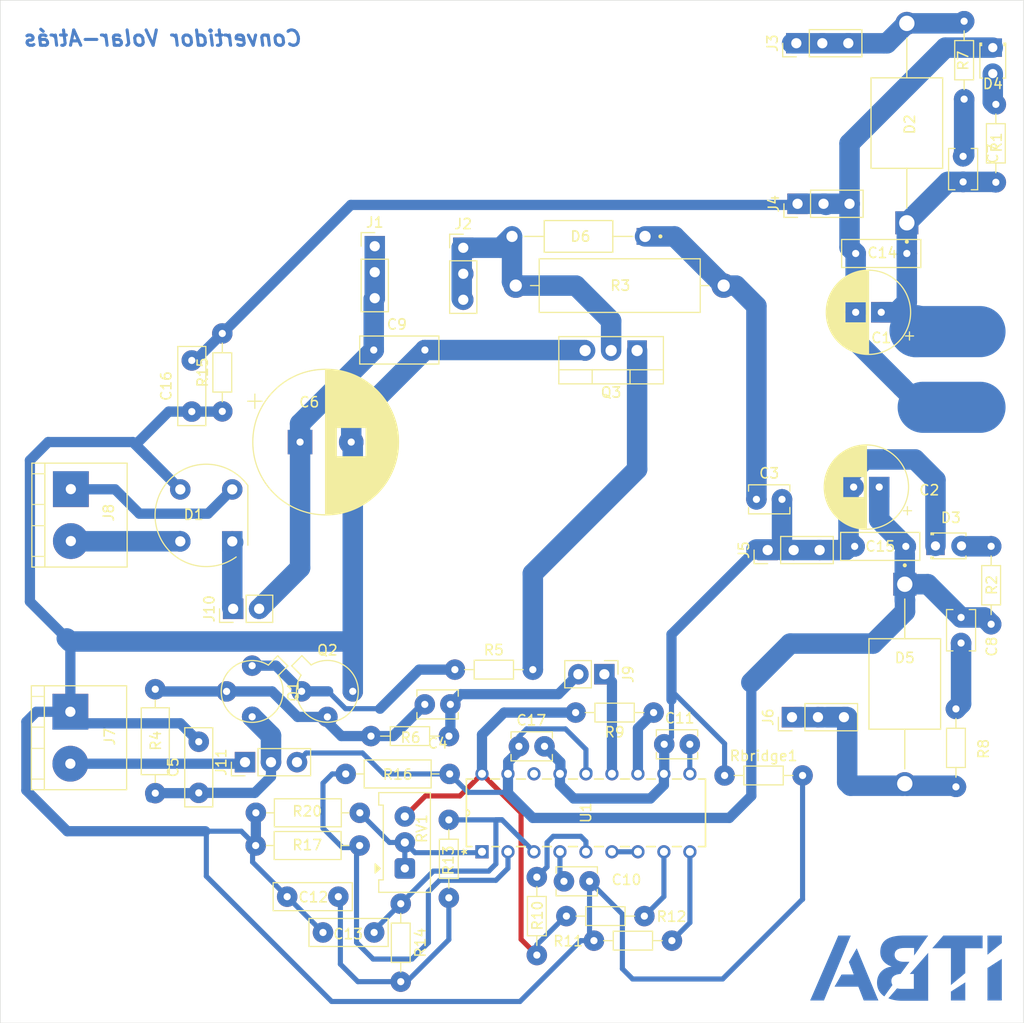
<source format=kicad_pcb>
(kicad_pcb (version 20241229) (generator "pcbnew") (generator_version "9.0")
  (layers (0 "F.Cu" signal) (2 "B.Cu" signal) (13 "F.Paste" user) (15 "B.Paste" user) (5 "F.SilkS" user "F.Silkscreen") (7 "B.SilkS" user "B.Silkscreen") (1 "F.Mask" user) (3 "B.Mask" user) (25 "Edge.Cuts" user))
  (net 0 "")
  (net 1 "GNDREF")
  (net 2 "Vout")
  (net 3 "GND")
  (net 4 "Vrealim")
  (net 5 "Net-(C3-Pad1)")
  (net 6 "Net-(C4-Pad1)")
  (net 7 "16V")
  (net 8 "Net-(D1-+)")
  (net 9 "Net-(U1-CT)")
  (net 10 "Vlinea")
  (net 11 "Vneutro")
  (net 12 "Net-(D3-A)")
  (net 13 "Net-(D4-A)")
  (net 14 "Vdrain")
  (net 15 "Vin")
  (net 16 "Net-(Q1-B)")
  (net 17 "Net-(Q1-E)")
  (net 18 "Net-(Q3-G)")
  (net 19 "Net-(U1-SYNC*)")
  (net 20 "Vref")
  (net 21 "Net-(U1-RESET*)")
  (net 22 "Net-(U1-RTIMING)")
  (net 23 "Net-(U1-SHUTDOWN*)")
  (net 24 "Net-(U1-COMP)")
  (net 25 "Net-(C12-Pad1)")
  (net 26 "Net-(U1-+CURRENT_SENSE)")
  (net 27 "Net-(U1-CSS)")
  (net 28 "Vcontrol")
  (net 29 "Net-(C7-Pad1)")
  (net 30 "Net-(C8-Pad1)")
  (net 31 "Net-(D2-PadA)")
  (net 32 "Net-(D5-PadA)")
  (net 34 "Vrealim'")
  (net 35 "Vref'")
  (net 36 "Vcol")
  (footprint "TCLib:PinHeader_1x03_P2.54mm_Vertical" (layer "F.Cu") (at 218.92 59.8 90)
    (property "Reference" "J4")
    (property "Value" "Connector_3")
  )
  (footprint "TCLib:C_2.5mm" (layer "F.Cu") (at 214.9 88.7)
    (property "Reference" "C3")
    (property "Value" "22p-800V")
  )
  (footprint "LED_THT:LED_D1.8mm_W3.3mm_H2.4mm" (layer "F.Cu") (at 238 44.53 -90)
    (property "Reference" "D4")
    (property "Value" "LED")
  )
  (footprint "TCLib:C_5mm" (layer "F.Cu") (at 224.5 93.3)
    (property "Reference" "C15")
    (property "Value" "1u")
  )
  (footprint "TCLib:C_5mm" (layer "F.Cu") (at 177.5 74.1)
    (property "Reference" "C9")
    (property "Value" "100n-400V")
  )
  (footprint "6A20G:DIOAD1950W125L885D700" (layer "F.Cu") (at 229.6 51.91 90)
    (property "Reference" "D2")
    (property "Value" "6A20G")
  )
  (footprint "TCLib:C_5mm" (layer "F.Cu") (at 177.54 131.05 180)
    (property "Reference" "C13")
    (property "Value" "47p")
  )
  (footprint "TCLib:R_0.125W" (layer "F.Cu") (at 238.3 57.7 90)
    (property "Reference" "R1")
    (property "Value" "1k2")
  )
  (footprint "TCLib:R_0.125W" (layer "F.Cu") (at 199.02 131.85)
    (property "Reference" "R11")
    (property "Value" "18k")
  )
  (footprint "TCLib:R_0.125W" (layer "F.Cu") (at 184.85 111.85 180)
    (property "Reference" "R6")
    (property "Value" "470-0.125W")
  )
  (footprint "TCLib:R_0.125W" (layer "F.Cu") (at 180.14 128.24 -90)
    (property "Reference" "R14")
    (property "Value" "22k")
  )
  (footprint "TCLib:TO-18-3" (layer "F.Cu") (at 171.702224 107.472224)
    (property "Reference" "Q2")
    (property "Value" "2N2907")
  )
  (footprint "TCLib:R_0.125W" (layer "F.Cu") (at 211.79 115.7)
    (property "Reference" "Rbridge1")
    (property "Value" "0")
  )
  (footprint "TCLib:PinHeader_1x03_P2.54mm_Vertical" (layer "F.Cu") (at 216 93.66 90)
    (property "Reference" "J5")
    (property "Value" "Connector_3")
  )
  (footprint "TCLib:R_0.125W" (layer "F.Cu") (at 235.2 41.95 -90)
    (property "Reference" "R7")
    (property "Value" "R")
  )
  (footprint "TCLib:CP_2.50mm" (layer "F.Cu") (at 226.9 87.5 180)
    (property "Reference" "C2")
    (property "Value" "10u")
  )
  (footprint "TCLib:PinHeader_1x03_P2.54mm_Vertical" (layer "F.Cu") (at 177.6 63.95)
    (property "Reference" "J1")
    (property "Value" "Connector_3")
  )
  (footprint "Package_TO_SOT_THT:TO-220-3_Vertical" (layer "F.Cu") (at 203.24 74.15 180)
    (property "Reference" "Q3")
    (property "Value" "TRBUZ80" (hide yes))
  )
  (footprint "TCLib:PinHeader_1x02_P2.54mm_Vertical" (layer "F.Cu") (at 163.76 99.4 90)
    (property "Reference" "J10")
    (property "Value" "Connector_2")
  )
  (footprint "LED_THT:LED_D1.8mm_W3.3mm_H2.4mm" (layer "F.Cu") (at 232.4 93.25)
    (property "Reference" "D3")
    (property "Value" "LED")
  )
  (footprint "TCLib:C_5mm" (layer "F.Cu") (at 160.4 117.4 90)
    (property "Reference" "C5")
    (property "Value" "1u")
  )
  (footprint "TCLib:ITBA_Bottom" (layer "F.Cu") (at 230.3 135.1)
    (property "Reference" "REF**" (hide yes))
    (property "Value" "ITBA_Bottom" (hide yes))
  )
  (footprint "TCLib:R_0.125W" (layer "F.Cu") (at 162.7 80.1 90)
    (property "Reference" "R15")
    (property "Value" "1Meg")
  )
  (footprint "TCLib:R_0.125W" (layer "F.Cu") (at 204.85 109.55 180)
    (property "Reference" "R9")
    (property "Value" "22k")
  )
  (footprint "TCLib:R_0.25W" (layer "F.Cu") (at 176.12 122.55 180)
    (property "Reference" "R17")
    (property "Value" "3k9")
  )
  (footprint "TCLib:CP_2.50mm" (layer "F.Cu") (at 227.1 70.41 180)
    (property "Reference" "C1")
    (property "Value" "10u")
  )
  (footprint "TCLib:C_5mm" (layer "F.Cu") (at 159.72 80.12 90)
    (property "Reference" "C16")
    (property "Value" "1n")
  )
  (footprint "TCLib:PinHeader_1x03_P2.54mm_Vertical" (layer "F.Cu") (at 218.375 110 90)
    (property "Reference" "J6")
    (property "Value" "Connector_3")
  )
  (footprint "TCLib:C_2.5mm" (layer "F.Cu") (at 205.89 112.65)
    (property "Reference" "C11")
    (property "Value" "1n")
  )
  (footprint "TCLib:R_0.125W" (layer "F.Cu") (at 184.84 120.04 -90)
    (property "Reference" "R13")
    (property "Value" "22k")
  )
  (footprint "UC3536A:N18" (layer "F.Cu") (at 208.4 115.54 90)
    (property "Reference" "U1")
    (property "Value" "UC3526AN")
  )
  (footprint "6A20G:DIOAD1950W125L885D700" (layer "F.Cu") (at 229.4 106.75 -90)
    (property "Reference" "D5")
    (property "Value" "6A20G")
  )
  (footprint "TCLib:R_0.125W" (layer "F.Cu") (at 237.84 93.29 -90)
    (property "Reference" "R2")
    (property "Value" "1k8")
  )
  (footprint "TCLib:C_2.5mm" (layer "F.Cu") (at 184.99 108.75 180)
    (property "Reference" "C4")
    (property "Value" "1n")
  )
  (footprint "TCLib:Bornera_2_P5mm" (layer "F.Cu") (at 147.85 109.47 -90)
    (property "Reference" "J7")
    (property "Value" "Terminal_2")
  )
  (footprint "TCLib:R_0.125W" (layer "F.Cu") (at 234.4 116.81 90)
    (property "Reference" "R8")
    (property "Value" "R")
  )
  (footprint "TCLib:R_0.125W" (layer "F.Cu") (at 185.43 105.35)
    (property "Reference" "R5")
    (property "Value" "22-0.125W")
  )
  (footprint "TCLib:C_5mm" (layer "F.Cu") (at 229.6 64.66 180)
    (property "Reference" "C14")
    (property "Value" "1u")
  )
  (footprint "TCLib:R_0.125W" (layer "F.Cu") (at 193.44 133.26 90)
    (property "Reference" "R10")
    (property "Value" "22k")
  )
  (footprint "TCLib:R_0.125W" (layer "F.Cu") (at 203.95 129.45 180)
    (property "Reference" "R12")
    (property "Value" "22k")
  )
  (footprint "TCLib:PinHeader_1x02_P2.54mm_Vertical" (layer "F.Cu") (at 200.04 105.8 -90)
    (property "Reference" "J9")
    (property "Value" "Connector_2")
  )
  (footprint "TCLib:C_5mm" (layer "F.Cu") (at 174.04 127.55 180)
    (property "Reference" "C12")
    (property "Value" "47p")
  )
  (footprint "TCLib:PinHeader_1x03_P2.54mm_Vertical" (layer "F.Cu") (at 186.25 64.105)
    (property "Reference" "J2")
    (property "Value" "Connector_3")
  )
  (footprint "TCLib:R_1W" (layer "F.Cu") (at 191.38 67.8)
    (property "Reference" "R3")
    (property "Value" "58k-1W")
  )
  (footprint "TCLib:R_0.25W" (layer "F.Cu") (at 174.76 115.55)
    (property "Reference" "R16")
    (property "Value" "10k")
  )
  (footprint "TCLib:R_0.25W" (layer "F.Cu") (at 156.15 117.43 90)
    (property "Reference" "R4")
    (property "Value" "1k-0.25W")
  )
  (footprint "TCLib:PinHeader_1x03_P2.54mm_Vertical" (layer "F.Cu") (at 218.8 44.1 90)
    (property "Reference" "J3")
    (property "Value" "Connector_3")
  )
  (footprint "TCLib:PinHeader_1x03_P2.54mm_Vertical" (layer "F.Cu") (at 164.92 114.4 90)
    (property "Reference" "J11")
    (property "Value" "Connector_3")
  )
  (footprint "TCLib:R_0.25W" (layer "F.Cu") (at 176.14 119.35 180)
    (property "Reference" "R20")
    (property "Value" "10k")
  )
  (footprint "Diode_THT:Diode_Bridge_Round_D9.8mm" (layer "F.Cu") (at 163.675 92.81 180)
    (property "Reference" "D1")
    (property "Value" "W10M")
  )
  (footprint "TCLib:CP_5.00mm" (layer "F.Cu") (at 170.3 83.1)
    (property "Reference" "C6")
    (property "Value" "47u-400V")
  )
  (footprint "TCLib:C_2.5mm" (layer "F.Cu") (at 198.59 126.05 180)
    (property "Reference" "C10")
    (property "Value" "1n")
  )
  (footprint "TCLib:Bornera_2_P5mm" (layer "F.Cu") (at 147.9 87.7 -90)
    (property "Reference" "J8")
    (property "Value" "Terminal_2")
  )
  (footprint "TCLib:C_2.5mm" (layer "F.Cu") (at 234.9 102.75 90)
    (property "Reference" "C8")
    (property "Value" "C-50V")
  )
  (footprint "TCLib:RV_Preset_multivuelta_10mm_5mm" (layer "F.Cu") (at 180.54 124.79 90)
    (property "Reference" "RV1")
    (property "Value" "10k")
  )
  (footprint "TCLib:C_2.5mm" (layer "F.Cu") (at 194.19 112.85 180)
    (property "Reference" "C17")
    (property "Value" "100n")
  )
  (footprint "TCLib:C_2.5mm" (layer "F.Cu") (at 235.1 55.16 -90)
    (property "Reference" "C7")
    (property "Value" "C-50V")
  )
  (footprint "MUR160:DIOAD1300W80L670D310" (layer "F.Cu") (at 197.515 62.99 180)
    (property "Reference" "D6")
    (property "Value" "MUR160")
  )
  (footprint "TCLib:TO-18-3" (layer "F.Cu") (at 165.617776 106.212224 -90)
    (property "Reference" "Q1")
    (property "Value" "2N2222")
  )
  (gr_rect (start 141 39.9) (end 241 139.9) (stroke (width 0.05)) (fill no) (layer "Edge.Cuts"))
  (gr_text "Convertidor Volar-Atrás" (at 170.7 44.5 0) (layer "B.Cu") (effects (font (size 1.5 1.5) (thickness 0.3) (bold yes) (italic yes)) (justify left bottom mirror)))
  (segment (start 160.06 75.12) (end 162.7 72.48) (width 1) (layer "B.Cu") (net 1))
  (segment (start 224.6 70.41) (end 224.6 64.66) (width 2) (layer "B.Cu") (net 1))
  (segment (start 159.72 75.12) (end 160.06 75.12) (width 1) (layer "B.Cu") (net 1))
  (segment (start 233.37 44.53) (end 224 53.9) (width 2) (layer "B.Cu") (net 1))
  (segment (start 231.2 79.7) (end 236.749 79.7) (width 5) (layer "B.Cu") (net 1))
  (segment (start 221.589 59.8) (end 221.699 59.91) (width 2) (layer "B.Cu") (net 1))
  (segment (start 218.82 59.8) (end 221.589 59.8) (width 2) (layer "B.Cu") (net 1))
  (segment (start 229.1 77.7) (end 231.1 79.7) (width 2) (layer "B.Cu") (net 1))
  (segment (start 231.1 79.7) (end 231.2 79.7) (width 2) (layer "B.Cu") (net 1))
  (segment (start 224 59.8) (end 221.46 59.8) (width 2) (layer "B.Cu") (net 1))
  (segment (start 224 64.06) (end 224.6 64.66) (width 2) (layer "B.Cu") (net 1))
  (segment (start 224.7 73.3) (end 229.1 77.7) (width 2) (layer "B.Cu") (net 1))
  (segment (start 218.82 59.8) (end 218.71 59.91) (width 1) (layer "B.Cu") (net 1))
  (segment (start 224.6 73.3) (end 224.7 73.3) (width 2) (layer "B.Cu") (net 1))
  (segment (start 175.27 59.91) (end 162.7 72.48) (width 1) (layer "B.Cu") (net 1))
  (segment (start 224.6 70.41) (end 224.6 73.3) (width 2) (layer "B.Cu") (net 1))
  (segment (start 218.71 59.91) (end 175.27 59.91) (width 1) (layer "B.Cu") (net 1))
  (segment (start 224 59.8) (end 224 64.06) (width 2) (layer "B.Cu") (net 1))
  (segment (start 238 44.53) (end 233.37 44.53) (width 2) (layer "B.Cu") (net 1))
  (segment (start 224 53.9) (end 224 59.8) (width 2) (layer "B.Cu") (net 1))
  (segment (start 229.6 69.41) (end 229.6 64.66) (width 2) (layer "B.Cu") (net 2))
  (segment (start 233.6 57.66) (end 229.6 61.66) (width 2) (layer "B.Cu") (net 2))
  (segment (start 235.1 57.66) (end 233.6 57.66) (width 2) (layer "B.Cu") (net 2))
  (segment (start 229.6 61.66) (end 229.6 64.66) (width 2) (layer "B.Cu") (net 2))
  (segment (start 238.209 57.66) (end 238.249 57.7) (width 2) (layer "B.Cu") (net 2))
  (segment (start 228.6 70.41) (end 228.61 70.41) (width 2) (layer "B.Cu") (net 2))
  (segment (start 230.4 72.2) (end 230.5 72.3) (width 5) (layer "B.Cu") (net 2))
  (segment (start 235.1 57.66) (end 238.209 57.66) (width 2) (layer "B.Cu") (net 2))
  (segment (start 227.1 70.41) (end 228.6 70.41) (width 2) (layer "B.Cu") (net 2))
  (segment (start 228.6 70.41) (end 229.6 69.41) (width 2) (layer "B.Cu") (net 2))
  (segment (start 230.5 72.3) (end 236.749 72.3) (width 5) (layer "B.Cu") (net 2))
  (segment (start 228.61 70.41) (end 230.4 72.2) (width 2) (layer "B.Cu") (net 2))
  (segment (start 195.74 115.5) (end 195.7 115.54) (width 1) (layer "B.Cu") (net 3))
  (segment (start 161.14 121.15) (end 164.56 121.15) (width 0.5) (layer "B.Cu") (net 3))
  (segment (start 160.4 112.4) (end 158.6 110.6) (width 1) (layer "B.Cu") (net 3))
  (segment (start 159.72 80.12) (end 157.461866 80.12) (width 1) (layer "B.Cu") (net 3))
  (segment (start 230.4 84.8) (end 232.4 86.8) (width 2) (layer "B.Cu") (net 3))
  (segment (start 147.55 121.15) (end 161.04 121.15) (width 1) (layer "B.Cu") (net 3))
  (segment (start 175.452224 107.472224) (end 175.452224 104.562224) (width 1) (layer "B.Cu") (net 3))
  (segment (start 175.597776 107.482224) (end 175.862224 107.217776) (width 1) (layer "B.Cu") (net 3))
  (segment (start 223.9 92.7) (end 223.9 87.65) (width 2) (layer "B.Cu") (net 3))
  (segment (start 147.8 102.6) (end 147.5 102.3) (width 2) (layer "B.Cu") (net 3))
  (segment (start 182.5 74.1) (end 198.11 74.1) (width 2) (layer "B.Cu") (net 3))
  (segment (start 147.85 102.65) (end 143.9 98.7) (width 1) (layer "B.Cu") (net 3))
  (segment (start 154.223433 83.358433) (end 155.3825 84.5175) (width 1) (layer "B.Cu") (net 3))
  (segment (start 224 93.3) (end 224.5 93.3) (width 2) (layer "B.Cu") (net 3))
  (segment (start 148.98 110.6) (end 147.85 109.47) (width 1) (layer "B.Cu") (net 3))
  (segment (start 157.461866 80.12) (end 154.223433 83.358433) (width 1) (layer "B.Cu") (net 3))
  (segment (start 175.3 83.1) (end 175.452224 83.252224) (width 2) (layer "B.Cu") (net 3))
  (segment (start 205.86 116.63) (end 205.86 115.54) (width 1) (layer "B.Cu") (net 3))
  (segment (start 214.9 93.6) (end 217.29 93.6) (width 2) (layer "B.Cu") (net 3))
  (segment (start 206.6 107.4) (end 211.79 112.59) (width 0.5) (layer "B.Cu") (net 3))
  (segment (start 175.452224 102.4) (end 175.252224 102.6) (width 2) (layer "B.Cu") (net 3))
  (segment (start 175.452224 102.4) (end 175.452224 107.472224) (width 2) (layer "B.Cu") (net 3))
  (segment (start 223.9 86.4) (end 225.5 84.8) (width 2) (layer "B.Cu") (net 3))
  (segment (start 198.59 126.05) (end 198.59 131.42) (width 0.5) (layer "B.Cu") (net 3))
  (segment (start 217.35 93.66) (end 214.84 93.66) (width 1) (layer "B.Cu") (net 3))
  (segment (start 143.55 110.45) (end 143.55 117.15) (width 1) (layer "B.Cu") (net 3))
  (segment (start 206.6 111.94) (end 206.6 108.3) (width 0.5) (layer "B.Cu") (net 3))
  (segment (start 147.85 109.47) (end 144.53 109.47) (width 1) (layer "B.Cu") (net 3))
  (segment (start 165.66 124.17) (end 165.66 122.75) (width 0.5) (layer "B.Cu") (net 3))
  (segment (start 162.68 80.12) (end 162.7 80.1) (width 1) (layer "B.Cu") (net 3))
  (segment (start 175.252224 102.6) (end 147.8 102.6) (width 2) (layer "B.Cu") (net 3))
  (segment (start 217.35 93.66) (end 216.84 93.66) (width 1) (layer "B.Cu") (net 3))
  (segment (start 143.9 84.88402) (end 145.68402 83.1) (width 1) (layer "B.Cu") (net 3))
  (segment (start 206.6 108.3) (end 206.6 107.4) (width 0.5) (layer "B.Cu") (net 3))
  (segment (start 173.39 137.8) (end 161.14 125.55) (width 0.5) (layer "B.Cu") (net 3))
  (segment (start 224.5 93.3) (end 223.9 92.7) (width 2) (layer "B.Cu") (net 3))
  (segment (start 198.59 131.42) (end 199.02 131.85) (width 0.5) (layer "B.Cu") (net 3))
  (segment (start 175.3 83.1) (end 175.3 81.3) (width 2) (layer "B.Cu") (net 3))
  (segment (start 195.74 114.4) (end 195.74 115.5) (width 1) (layer "B.Cu") (net 3))
  (segment (start 145.68402 83.1) (end 153.965 83.1) (width 1) (layer "B.Cu") (net 3))
  (segment (start 223.64 93.66) (end 224 93.3) (width 2) (layer "B.Cu") (net 3))
  (segment (start 165.98 119.35) (end 165.98 122.43) (width 1) (layer "B.Cu") (net 3))
  (segment (start 232.4 86.8) (end 232.4 93.25) (width 2) (layer "B.Cu") (net 3))
  (segment (start 201.8 129.26) (end 201.8 134.6) (width 0.5) (layer "B.Cu") (net 3))
  (segment (start 205.89 112.65) (end 205.89 115.51) (width 1) (layer "B.Cu") (net 3))
  (segment (start 143.9 98.7) (end 143.9 84.88402) (width 1) (layer "B.Cu") (net 3))
  (segment (start 199.02 131.85) (end 197.74 131.85) (width 0.5) (layer "B.Cu") (net 3))
  (segment (start 165.98 122.43) (end 165.66 122.75) (width 1) (layer "B.Cu") (net 3))
  (segment (start 219.41 127.81) (end 219.41 115.7) (width 0.5) (layer "B.Cu") (net 3))
  (segment (start 202.8 135.6) (end 211.6 135.6) (width 0.5) (layer "B.Cu") (net 3))
  (segment (start 205.89 115.51) (end 205.86 115.54) (width 1) (layer "B.Cu") (net 3))
  (segment (start 158.6 110.6) (end 148.98 110.6) (width 1) (layer "B.Cu") (net 3))
  (segment (start 197.04 117.95) (end 204.54 117.95) (width 1) (layer "B.Cu") (net 3))
  (segment (start 206.6 101.9) (end 206.6 108.3) (width 1) (layer "B.Cu") (net 3))
  (segment (start 172.54 131.05) (end 169.04 127.55) (width 0.5) (layer "B.Cu") (net 3))
  (segment (start 205.89 112.31) (end 205.89 112.65) (width 1) (layer "B.Cu") (net 3))
  (segment (start 153.965 83.1) (end 155.3825 84.5175) (width 1) (layer "B.Cu") (net 3))
  (segment (start 191.79 137.8) (end 173.39 137.8) (width 0.5) (layer "B.Cu") (net 3))
  (segment (start 164.56 121.15) (end 165.96 122.55) (width 0.5) (layer "B.Cu") (net 3))
  (segment (start 159.72 80.12) (end 162.68 80.12) (width 1) (layer "B.Cu") (net 3))
  (segment (start 214.84 93.66) (end 206.6 101.9) (width 1) (layer "B.Cu") (net 3))
  (segment (start 217.35 93.66) (end 223.64 93.66) (width 2) (layer "B.Cu") (net 3))
  (segment (start 169.04 127.55) (end 165.66 124.17) (width 0.5) (layer "B.Cu") (net 3))
  (segment (start 223.9 86.9) (end 223.9 86.4) (width 2) (layer "B.Cu") (net 3))
  (segment (start 204.54 117.95) (end 205.86 116.63) (width 1) (layer "B.Cu") (net 3))
  (segment (start 143.55 117.15) (end 147.55 121.15) (width 1) (layer "B.Cu") (net 3))
  (segment (start 175.452224 83.252224) (end 175.452224 102.4) (width 2) (layer "B.Cu") (net 3))
  (segment (start 194.19 112.85) (end 195.74 114.4) (width 1) (layer "B.Cu") (net 3))
  (segment (start 155.3825 84.5175) (end 158.595 87.73) (width 1) (layer "B.Cu") (net 3))
  (segment (start 161.14 125.55) (end 161.14 121.15) (width 0.5) (layer "B.Cu") (net 3))
  (segment (start 211.6 135.6) (end 219.4 127.8) (width 0.5) (layer "B.Cu") (net 3))
  (segment (start 198.59 126.05) (end 201.8 129.26) (width 0.5) (layer "B.Cu") (net 3))
  (segment (start 219.4 127.8) (end 219.41 127.81) (width 0.5) (layer "B.Cu") (net 3))
  (segment (start 195.7 116.61) (end 197.04 117.95) (width 1) (layer "B.Cu") (net 3))
  (segment (start 205.89 112.65) (end 206.6 111.94) (width 0.5) (layer "B.Cu") (net 3))
  (segment (start 197.74 131.85) (end 191.79 137.8) (width 0.5) (layer "B.Cu") (net 3))
  (segment (start 225.5 84.8) (end 230.4 84.8) (width 2) (layer "B.Cu") (net 3))
  (segment (start 211.79 112.59) (end 211.79 115.7) (width 0.5) (layer "B.Cu") (net 3))
  (segment (start 195.7 115.54) (end 195.7 116.61) (width 1) (layer "B.Cu") (net 3))
  (segment (start 217.4 88.7) (end 217.4 93.61) (width 2) (layer "B.Cu") (net 3))
  (segment (start 217.4 93.61) (end 217.35 93.66) (width 2) (layer "B.Cu") (net 3))
  (segment (start 144.53 109.47) (end 143.55 110.45) (width 1) (layer "B.Cu") (net 3))
  (segment (start 147.85 109.47) (end 147.85 102.65) (width 1) (layer "B.Cu") (net 3))
  (segment (start 201.8 134.6) (end 202.8 135.6) (width 0.5) (layer "B.Cu") (net 3))
  (segment (start 217.29 93.6) (end 217.35 93.66) (width 2) (layer "B.Cu") (net 3))
  (segment (start 198.11 74.1) (end 198.16 74.15) (width 2) (layer "B.Cu") (net 3))
  (segment (start 195.89 115.35) (end 195.7 115.54) (width 1) (layer "B.Cu") (net 3))
  (segment (start 175.3 81.3) (end 182.5 74.1) (width 2) (layer "B.Cu") (net 3))
  (segment (start 226.295 102.805) (end 218.195 102.805) (width 2) (layer "B.Cu") (net 4))
  (segment (start 190.62 115.54) (end 190.62 117.35) (width 1) (layer "B.Cu") (net 4))
  (segment (start 190.64 114.35) (end 190.64 115.52) (width 1) (layer "B.Cu") (net 4))
  (segment (start 229.42 98.55) (end 229.42 99.68) (width 2) (layer "B.Cu") (net 4))
  (segment (start 214.4 117.7) (end 214.4 106.6) (width 1) (layer "B.Cu") (net 4))
  (segment (start 170.9 113.5) (end 170 114.4) (width 0.5) (layer "B.Cu") (net 4))
  (segment (start 218.195 102.805) (end 214.4 106.6) (width 2) (layer "B.Cu") (net 4))
  (segment (start 198.24 113.15) (end 196.239 111.149) (width 0.5) (layer "B.Cu") (net 4))
  (segment (start 191.69 111.9) (end 191.69 112.85) (width 0.5) (layer "B.Cu") (net 4))
  (segment (start 190.62 117.35) (end 190.62 117.422643) (width 1) (layer "B.Cu") (net 4))
  (segment (start 231.65 97) (end 234.9 100.25) (width 2) (layer "B.Cu") (net 4))
  (segment (start 184.92 115.55) (end 178.55 115.55) (width 0.5) (layer "B.Cu") (net 4))
  (segment (start 226.9 90.7) (end 229.5 93.3) (width 2) (layer "B.Cu") (net 4))
  (segment (start 191.69 112.85) (end 191.69 113.3) (width 1) (layer "B.Cu") (net 4))
  (segment (start 229.4 97) (end 229.4 98.53) (width 2) (layer "B.Cu") (net 4))
  (segment (start 191.69 113.3) (end 190.64 114.35) (width 1) (layer "B.Cu") (net 4))
  (segment (start 212.25 119.85) (end 214.4 117.7) (width 1) (layer "B.Cu") (net 4))
  (segment (start 226.9 87.5) (end 226.9 90.7) (width 2) (layer "B.Cu") (net 4))
  (segment (start 190.62 117.422643) (end 193.047357 119.85) (width 1) (layer "B.Cu") (net 4))
  (segment (start 198.24 115.54) (end 198.24 113.15) (width 0.5) (layer "B.Cu") (net 4))
  (segment (start 229.4 94) (end 229.4 97) (width 2) (layer "B.Cu") (net 4))
  (segment (start 237.18 100.25) (end 234.9 100.25) (width 2) (layer "B.Cu") (net 4))
  (segment (start 193.047357 119.85) (end 212.25 119.85) (width 1) (layer "B.Cu") (net 4))
  (segment (start 234.92 100.23) (end 234.9 100.25) (width 2) (layer "B.Cu") (net 4))
  (segment (start 176.4 113.5) (end 170.9 113.5) (width 0.5) (layer "B.Cu") (net 4))
  (segment (start 186.72 117.35) (end 190.62 117.35) (width 0.5) (layer "B.Cu") (net 4))
  (segment (start 196.239 111.149) (end 192.441 111.149) (width 0.5) (layer "B.Cu") (net 4))
  (segment (start 229.4 97) (end 231.65 97) (width 2) (layer "B.Cu") (net 4))
  (segment (start 192.441 111.149) (end 191.69 111.9) (width 0.5) (layer "B.Cu") (net 4))
  (segment (start 178.5 115.6) (end 176.4 113.5) (width 0.5) (layer "B.Cu") (net 4))
  (segment (start 229.4 98.53) (end 229.42 98.55) (width 2) (layer "B.Cu") (net 4))
  (segment (start 198.39 115.39) (end 198.24 115.54) (width 1) (layer "B.Cu") (net 4))
  (segment (start 229.42 99.68) (end 226.295 102.805) (width 2) (layer "B.Cu") (net 4))
  (segment (start 178.55 115.55) (end 178.5 115.6) (width 0.5) (layer "B.Cu") (net 4))
  (segment (start 237.84 100.91) (end 237.18 100.25) (width 2) (layer "B.Cu") (net 4))
  (segment (start 190.64 115.52) (end 190.62 115.54) (width 1) (layer "B.Cu") (net 4))
  (segment (start 184.92 115.55) (end 186.72 117.35) (width 0.5) (layer "B.Cu") (net 4))
  (segment (start 212.9 67.8) (end 211.7 67.8) (width 2) (layer "B.Cu") (net 5))
  (segment (start 214.9 88.7) (end 214.9 69.8) (width 2) (layer "B.Cu") (net 5))
  (segment (start 206.89 62.99) (end 211.7 67.8) (width 2) (layer "B.Cu") (net 5))
  (segment (start 204.015 62.99) (end 206.89 62.99) (width 2) (layer "B.Cu") (net 5))
  (segment (start 214.9 69.8) (end 212.9 67.8) (width 2) (layer "B.Cu") (net 5))
  (segment (start 184.99 111.71) (end 184.85 111.85) (width 1) (layer "B.Cu") (net 6))
  (segment (start 185.99 107.75) (end 195.55 107.75) (width 1) (layer "B.Cu") (net 6))
  (segment (start 195.55 107.75) (end 197.5 105.8) (width 1) (layer "B.Cu") (net 6))
  (segment (start 184.99 108.75) (end 184.99 111.71) (width 1) (layer "B.Cu") (net 6))
  (segment (start 184.99 108.75) (end 185.99 107.75) (width 1) (layer "B.Cu") (net 6))
  (segment (start 164.92 114.4) (end 164.77 114.55) (width 1) (layer "B.Cu") (net 7))
  (segment (start 164.77 114.55) (end 147.85 114.55) (width 1) (layer "B.Cu") (net 7))
  (segment (start 163.675 92.81) (end 163.675 99.315) (width 2) (layer "B.Cu") (net 8))
  (segment (start 163.675 99.315) (end 163.76 99.4) (width 2) (layer "B.Cu") (net 8))
  (segment (start 163.765 92.9) (end 163.675 92.81) (width 2) (layer "B.Cu") (net 8))
  (segment (start 208.39 112.65) (end 208.39 115.53) (width 0.5) (layer "B.Cu") (net 9))
  (segment (start 208.39 115.53) (end 208.4 115.54) (width 0.5) (layer "B.Cu") (net 9))
  (segment (start 158.585 92.8) (end 147.92 92.8) (width 2) (layer "B.Cu") (net 10))
  (segment (start 147.92 92.8) (end 147.9 92.78) (width 2) (layer "B.Cu") (net 10))
  (segment (start 158.595 92.81) (end 158.585 92.8) (width 2) (layer "B.Cu") (net 10))
  (segment (start 147.92 87.72) (end 147.9 87.7) (width 1) (layer "B.Cu") (net 11))
  (segment (start 163.675 87.73) (end 161.305 90.1) (width 1) (layer "B.Cu") (net 11))
  (segment (start 152.22 87.72) (end 147.92 87.72) (width 1) (layer "B.Cu") (net 11))
  (segment (start 154.6 90.1) (end 152.22 87.72) (width 1) (layer "B.Cu") (net 11))
  (segment (start 161.305 90.1) (end 154.6 90.1) (width 1) (layer "B.Cu") (net 11))
  (segment (start 234.98 93.29) (end 234.94 93.25) (width 2) (layer "B.Cu") (net 12))
  (segment (start 237.84 93.29) (end 234.98 93.29) (width 2) (layer "B.Cu") (net 12))
  (segment (start 238 47.07) (end 238 49.831) (width 2) (layer "B.Cu") (net 13))
  (segment (start 238 49.831) (end 238.249 50.08) (width 2) (layer "B.Cu") (net 13))
  (segment (start 186.1 64.1) (end 189.905 64.1) (width 2) (layer "B.Cu") (net 14))
  (segment (start 191.015 62.99) (end 191.015 67.435) (width 2) (layer "B.Cu") (net 14))
  (segment (start 189.905 64.1) (end 191.015 62.99) (width 2) (layer "B.Cu") (net 14))
  (segment (start 191.015 67.435) (end 191.38 67.8) (width 2) (layer "B.Cu") (net 14))
  (segment (start 197.255 67.8) (end 200.7 71.245) (width 2) (layer "B.Cu") (net 14))
  (segment (start 186.1 64.1) (end 186.1 69.1) (width 2) (layer "B.Cu") (net 14))
  (segment (start 200.7 71.245) (end 200.7 74.15) (width 2) (layer "B.Cu") (net 14))
  (segment (start 191.38 67.8) (end 197.255 67.8) (width 2) (layer "B.Cu") (net 14))
  (segment (start 170.3 95.4) (end 166.3 99.4) (width 2) (layer "B.Cu") (net 15))
  (segment (start 177.5 74.1) (end 177.5 69.13) (width 2) (layer "B.Cu") (net 15))
  (segment (start 177.5 69.13) (end 177.6 69.03) (width 2) (layer "B.Cu") (net 15))
  (segment (start 177.6 64.03) (end 177.6 69.03) (width 2) (layer "B.Cu") (net 15))
  (segment (start 170.3 81.3) (end 177.5 74.1) (width 2) (layer "B.Cu") (net 15))
  (segment (start 170.3 83.1) (end 170.3 81.3) (width 2) (layer "B.Cu") (net 15))
  (segment (start 170.3 83.1) (end 170.3 95.4) (width 2) (layer "B.Cu") (net 15))
  (segment (start 162.905552 107.27) (end 163.117776 107.482224) (width 1) (layer "B.Cu") (net 16))
  (segment (start 179.39 111.85) (end 182.49 108.75) (width 1) (layer "B.Cu") (net 16))
  (segment (start 163.117776 107.482224) (end 156.362224 107.482224) (width 1) (layer "B.Cu") (net 16))
  (segment (start 172.972224 109.972224) (end 172.972224 110.482224) (width 1) (layer "B.Cu") (net 16))
  (segment (start 156.362224 107.482224) (end 156.15 107.27) (width 1) (layer "B.Cu") (net 16))
  (segment (start 163.117776 107.482224) (end 167.572224 107.482224) (width 1) (layer "B.Cu") (net 16))
  (segment (start 177.23 111.85) (end 179.39 111.85) (width 1) (layer "B.Cu") (net 16))
  (segment (start 174.34 111.85) (end 177.23 111.85) (width 1) (layer "B.Cu") (net 16))
  (segment (start 167.572224 107.482224) (end 170.062224 109.972224) (width 1) (layer "B.Cu") (net 16))
  (segment (start 172.972224 110.482224) (end 174.34 111.85) (width 1) (layer "B.Cu") (net 16))
  (segment (start 170.062224 109.972224) (end 172.972224 109.972224) (width 1) (layer "B.Cu") (net 16))
  (segment (start 167.942224 104.962224) (end 170.452224 107.472224) (width 1) (layer "B.Cu") (net 17))
  (segment (start 185.33 105.45) (end 185.43 105.35) (width 1) (layer "B.Cu") (net 17))
  (segment (start 165.617776 104.962224) (end 167.942224 104.962224) (width 1) (layer "B.Cu") (net 17))
  (segment (start 174.747646 109.173224) (end 178.116776 109.173224) (width 0.5) (layer "B.Cu") (net 17))
  (segment (start 173.046646 107.472224) (end 174.747646 109.173224) (width 0.5) (layer "B.Cu") (net 17))
  (segment (start 170.452224 107.472224) (end 173.046646 107.472224) (width 1) (layer "B.Cu") (net 17))
  (segment (start 178.116776 109.173224) (end 181.94 105.35) (width 1) (layer "B.Cu") (net 17))
  (segment (start 181.94 105.35) (end 185.43 105.35) (width 1) (layer "B.Cu") (net 17))
  (segment (start 203.24 85.76) (end 193.05 95.95) (width 2) (layer "B.Cu") (net 18))
  (segment (start 203.24 74.15) (end 203.24 85.76) (width 2) (layer "B.Cu") (net 18))
  (segment (start 193.05 95.95) (end 193.05 105.35) (width 2) (layer "B.Cu") (net 18))
  (segment (start 204.85 109.55) (end 203.32 111.08) (width 1) (layer "B.Cu") (net 19))
  (segment (start 203.32 111.08) (end 203.32 115.54) (width 1) (layer "B.Cu") (net 19))
  (segment (start 188.08 115.54) (end 185.92 117.7) (width 0.5) (layer "F.Cu") (net 20))
  (segment (start 182.55 117.7) (end 180.54 119.71) (width 0.5) (layer "F.Cu") (net 20))
  (segment (start 191.9 131.72) (end 193.44 133.26) (width 0.5) (layer "F.Cu") (net 20))
  (segment (start 185.92 117.7) (end 182.55 117.7) (width 0.5) (layer "F.Cu") (net 20))
  (segment (start 191.9 119.36) (end 191.9 131.72) (width 0.5) (layer "F.Cu") (net 20))
  (segment (start 188.08 115.54) (end 191.9 119.36) (width 0.5) (layer "F.Cu") (net 20))
  (segment (start 190.24 109.55) (end 188.08 111.71) (width 1) (layer "B.Cu") (net 20))
  (segment (start 193.44 132.26) (end 196.25 129.45) (width 0.5) (layer "B.Cu") (net 20))
  (segment (start 188.08 111.71) (end 188.08 115.54) (width 1) (layer "B.Cu") (net 20))
  (segment (start 193.44 133.26) (end 193.44 132.26) (width 0.5) (layer "B.Cu") (net 20))
  (segment (start 197.23 109.55) (end 190.24 109.55) (width 1) (layer "B.Cu") (net 20))
  (segment (start 188.08 115.54) (end 188.08 114.25) (width 0.5) (layer "B.Cu") (net 20))
  (segment (start 196.25 129.45) (end 196.33 129.45) (width 0.5) (layer "B.Cu") (net 20))
  (segment (start 197.74 121.65) (end 195.04 121.65) (width 0.5) (layer "B.Cu") (net 21))
  (segment (start 195.04 121.65) (end 194.44 122.25) (width 0.5) (layer "B.Cu") (net 21))
  (segment (start 198.24 122.15) (end 197.74 121.65) (width 0.5) (layer "B.Cu") (net 21))
  (segment (start 194.44 122.25) (end 194.44 124.64) (width 0.5) (layer "B.Cu") (net 21))
  (segment (start 194.44 124.64) (end 193.44 125.64) (width 0.5) (layer "B.Cu") (net 21))
  (segment (start 198.24 123.16) (end 198.24 122.15) (width 0.5) (layer "B.Cu") (net 21))
  (segment (start 208.4 130.09) (end 208.4 123.16) (width 0.5) (layer "B.Cu") (net 22))
  (segment (start 206.64 131.85) (end 208.4 130.09) (width 0.5) (layer "B.Cu") (net 22))
  (segment (start 205.86 127.54) (end 205.86 123.16) (width 0.5) (layer "B.Cu") (net 23))
  (segment (start 203.95 129.45) (end 205.86 127.54) (width 0.5) (layer "B.Cu") (net 23))
  (segment (start 188.74 125.05) (end 189.44 124.35) (width 0.5) (layer "B.Cu") (net 24))
  (segment (start 177.54 130.84) (end 180.14 128.24) (width 0.5) (layer "B.Cu") (net 24))
  (segment (start 190.04 120.04) (end 193.16 123.16) (width 0.5) (layer "B.Cu") (net 24))
  (segment (start 180.14 128.24) (end 183.33 125.05) (width 0.5) (layer "B.Cu") (net 24))
  (segment (start 189.44 120.04) (end 190.04 120.04) (width 0.5) (layer "B.Cu") (net 24))
  (segment (start 183.33 125.05) (end 188.74 125.05) (width 0.5) (layer "B.Cu") (net 24))
  (segment (start 189.65 120.04) (end 190.04 120.04) (width 0.5) (layer "B.Cu") (net 24))
  (segment (start 177.54 131.05) (end 177.54 130.84) (width 0.5) (layer "B.Cu") (net 24))
  (segment (start 189.44 124.35) (end 189.44 120.04) (width 0.5) (layer "B.Cu") (net 24))
  (segment (start 184.84 120.04) (end 190.04 120.04) (width 0.5) (layer "B.Cu") (net 24))
  (segment (start 174.24 134.15) (end 174.24 127.75) (width 0.5) (layer "B.Cu") (net 25))
  (segment (start 180.14 135.86) (end 175.95 135.86) (width 0.5) (layer "B.Cu") (net 25))
  (segment (start 184.84 127.66) (end 184.84 131.75) (width 0.5) (layer "B.Cu") (net 25))
  (segment (start 184.84 131.75) (end 180.435 136.155) (width 0.5) (layer "B.Cu") (net 25))
  (segment (start 175.95 135.86) (end 174.24 134.15) (width 0.5) (layer "B.Cu") (net 25))
  (segment (start 174.24 127.75) (end 174.04 127.55) (width 0.5) (layer "B.Cu") (net 25))
  (segment (start 200.78 123.16) (end 203.32 123.16) (width 0.5) (layer "B.Cu") (net 26))
  (segment (start 195.7 125.66) (end 196.09 126.05) (width 0.5) (layer "B.Cu") (net 27))
  (segment (start 195.7 123.16) (end 195.7 125.66) (width 0.5) (layer "B.Cu") (net 27))
  (segment (start 200.78 106.54) (end 200.04 105.8) (width 1) (layer "B.Cu") (net 28))
  (segment (start 200.78 115.54) (end 200.78 106.54) (width 1) (layer "B.Cu") (net 28))
  (segment (start 235.2 55.06) (end 235.1 55.16) (width 2) (layer "B.Cu") (net 29))
  (segment (start 235.2 49.57) (end 235.2 55.06) (width 2) (layer "B.Cu") (net 29))
  (segment (start 234.9 108.69) (end 234.4 109.19) (width 2) (layer "B.Cu") (net 30))
  (segment (start 234.9 102.75) (end 234.9 108.69) (width 2) (layer "B.Cu") (net 30))
  (segment (start 227.65 44.11) (end 229.6 42.16) (width 2) (layer "B.Cu") (net 31))
  (segment (start 227.365 44.11) (end 227.65 44.11) (width 2) (layer "B.Cu") (net 31))
  (segment (start 229.6 42.16) (end 234.99 42.16) (width 2) (layer "B.Cu") (net 31))
  (segment (start 218.385 44.11) (end 227.365 44.11) (width 2) (layer "B.Cu") (net 31))
  (segment (start 234.99 42.16) (end 235.2 41.95) (width 2) (layer "B.Cu") (net 31))
  (segment (start 223.77 110) (end 221.23 110) (width 2) (layer "B.Cu") (net 32))
  (segment (start 229.4 116.5) (end 229.2 116.7) (width 2) (layer "B.Cu") (net 32))
  (segment (start 218.73 110) (end 221.33 110) (width 2) (layer "B.Cu") (net 32))
  (segment (start 229.2 116.7) (end 224.1 116.7) (width 2) (layer "B.Cu") (net 32))
  (segment (start 229.6 116.7) (end 229.4 116.5) (width 2) (layer "B.Cu") (net 32))
  (segment (start 221.83 110) (end 223.77 110) (width 2) (layer "B.Cu") (net 32))
  (segment (start 234.4 116.81) (end 234.29 116.7) (width 2) (layer "B.Cu") (net 32))
  (segment (start 224.1 116.7) (end 223.77 116.37) (width 2) (layer "B.Cu") (net 32))
  (segment (start 234.29 116.7) (end 229.6 116.7) (width 2) (layer "B.Cu") (net 32))
  (segment (start 223.77 116.37) (end 223.77 110) (width 2) (layer "B.Cu") (net 32))
  (segment (start 189.44 125.95) (end 183.94 125.95) (width 0.5) (layer "B.Cu") (net 34))
  (segment (start 174.44 122.75) (end 175.82 122.75) (width 0.5) (layer "B.Cu") (net 34))
  (segment (start 177.44 133.65) (end 175.82 132.03) (width 0.5) (layer "B.Cu") (net 34))
  (segment (start 182.84 127.05) (end 182.84 132.05) (width 0.5) (layer "B.Cu") (net 34))
  (segment (start 172.54 120.85) (end 174.44 122.75) (width 0.5) (layer "B.Cu") (net 34))
  (segment (start 190.62 124.77) (end 189.44 125.95) (width 0.5) (layer "B.Cu") (net 34))
  (segment (start 173.44 115.55) (end 172.54 116.45) (width 0.5) (layer "B.Cu") (net 34))
  (segment (start 182.84 132.05) (end 181.24 133.65) (width 0.5) (layer "B.Cu") (net 34))
  (segment (start 174.76 115.55) (end 173.44 115.55) (width 0.5) (layer "B.Cu") (net 34))
  (segment (start 183.94 125.95) (end 182.84 127.05) (width 0.5) (layer "B.Cu") (net 34))
  (segment (start 181.24 133.65) (end 177.44 133.65) (width 0.5) (layer "B.Cu") (net 34))
  (segment (start 190.62 123.16) (end 190.62 124.77) (width 0.5) (layer "B.Cu") (net 34))
  (segment (start 172.54 116.45) (end 172.54 120.85) (width 0.5) (layer "B.Cu") (net 34))
  (segment (start 175.82 132.03) (end 175.82 122.75) (width 0.5) (layer "B.Cu") (net 34))
  (segment (start 176.14 119.35) (end 179.04 122.25) (width 0.5) (layer "B.Cu") (net 35))
  (segment (start 180.54 122.25) (end 181.54 123.25) (width 0.5) (layer "B.Cu") (net 35))
  (segment (start 187.99 123.25) (end 188.08 123.16) (width 0.5) (layer "B.Cu") (net 35))
  (segment (start 181.54 123.25) (end 187.99 123.25) (width 0.5) (layer "B.Cu") (net 35))
  (segment (start 179.04 122.25) (end 180.54 122.25) (width 0.5) (layer "B.Cu") (net 35))
  (segment (start 180.54 124.79) (end 180.54 122.25) (width 0.5) (layer "B.Cu") (net 35))
  (segment (start 160.4 117.4) (end 165.874213 117.4) (width 1) (layer "B.Cu") (net 36))
  (segment (start 165.874213 117.4) (end 167.46 115.814213) (width 1) (layer "B.Cu") (net 36))
  (segment (start 167.46 114.4) (end 167.46 111.804448) (width 2) (layer "B.Cu") (net 36))
  (segment (start 155.73 117.85) (end 156.15 117.43) (width 1) (layer "B.Cu") (net 36))
  (segment (start 165.617776 109.962224) (end 165.427776 109.962224) (width 1) (layer "B.Cu") (net 36))
  (segment (start 160.37 117.43) (end 160.4 117.4) (width 1) (layer "B.Cu") (net 36))
  (segment (start 156.15 117.43) (end 160.37 117.43) (width 1) (layer "B.Cu") (net 36))
  (segment (start 167.46 111.804448) (end 165.617776 109.962224) (width 2) (layer "B.Cu") (net 36))
  (segment (start 167.46 115.814213) (end 167.46 114.4) (width 1) (layer "B.Cu") (net 36))
)
</source>
